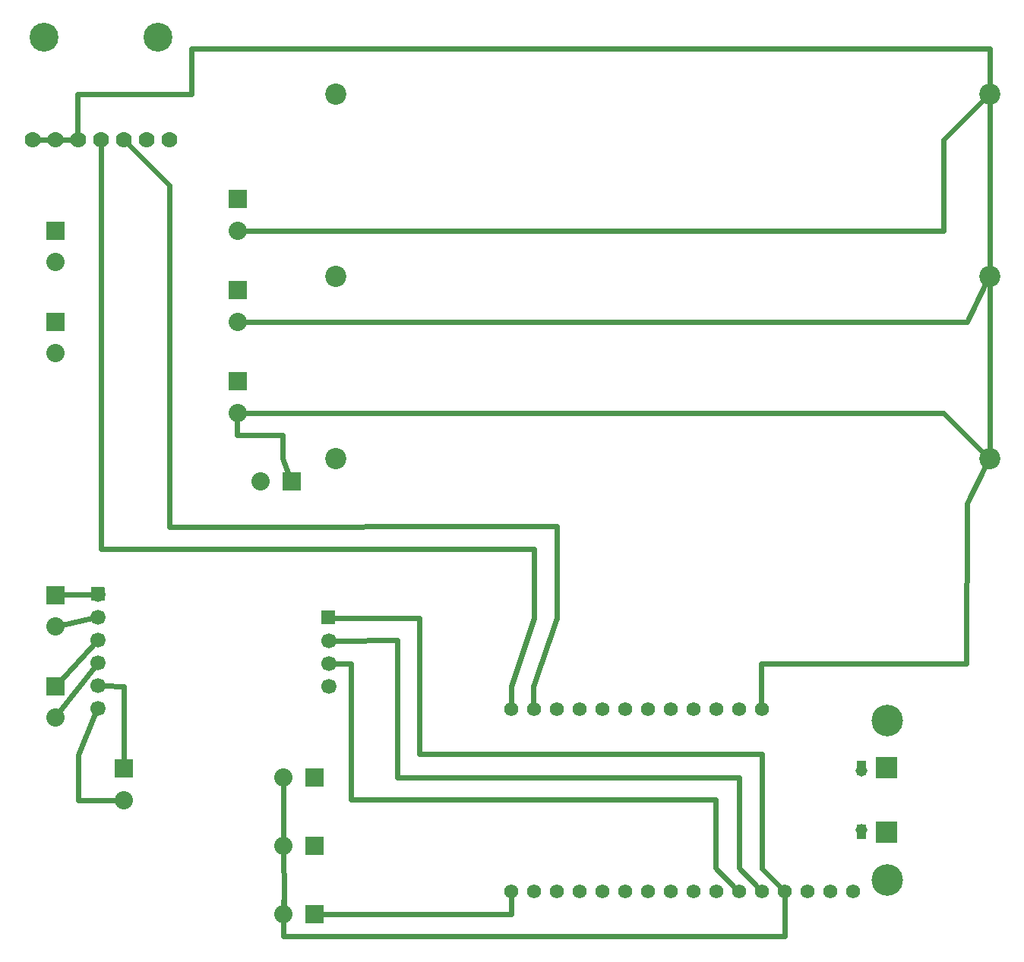
<source format=gtl>
G04 MADE WITH FRITZING*
G04 WWW.FRITZING.ORG*
G04 DOUBLE SIDED*
G04 HOLES PLATED*
G04 CONTOUR ON CENTER OF CONTOUR VECTOR*
%ASAXBY*%
%FSLAX23Y23*%
%MOIN*%
%OFA0B0*%
%SFA1.0B1.0*%
%ADD10C,0.126614*%
%ADD11C,0.070000*%
%ADD12C,0.080000*%
%ADD13C,0.093000*%
%ADD14C,0.138425*%
%ADD15C,0.095000*%
%ADD16C,0.051496*%
%ADD17C,0.062000*%
%ADD18C,0.066555*%
%ADD19C,0.049194*%
%ADD20R,0.080000X0.080000*%
%ADD21R,0.095000X0.095000*%
%ADD22C,0.024000*%
%ADD23R,0.001000X0.001000*%
%LNCOPPER1*%
G90*
G70*
G54D10*
X800Y4427D03*
G54D11*
X250Y3977D03*
X350Y3977D03*
X450Y3977D03*
X550Y3977D03*
X650Y3977D03*
X750Y3977D03*
X850Y3977D03*
G54D10*
X300Y4427D03*
G54D12*
X650Y1215D03*
X650Y1077D03*
X650Y1215D03*
X650Y1077D03*
X350Y1577D03*
X350Y1439D03*
X350Y1577D03*
X350Y1439D03*
X350Y3177D03*
X350Y3039D03*
X350Y3177D03*
X350Y3039D03*
X1387Y2477D03*
X1250Y2477D03*
X1387Y2477D03*
X1250Y2477D03*
X1487Y877D03*
X1350Y877D03*
X1487Y877D03*
X1350Y877D03*
X1487Y1177D03*
X1350Y1177D03*
X1487Y1177D03*
X1350Y1177D03*
X1150Y2915D03*
X1150Y2777D03*
X1150Y2915D03*
X1150Y2777D03*
X1150Y3315D03*
X1150Y3177D03*
X1150Y3315D03*
X1150Y3177D03*
X1150Y3715D03*
X1150Y3577D03*
X1150Y3715D03*
X1150Y3577D03*
X350Y1977D03*
X350Y1839D03*
X350Y1977D03*
X350Y1839D03*
X350Y3577D03*
X350Y3439D03*
X350Y3577D03*
X350Y3439D03*
G54D13*
X1581Y4176D03*
X4450Y4177D03*
X1581Y4176D03*
X4450Y4177D03*
X1581Y3376D03*
X4450Y3377D03*
X1581Y3376D03*
X4450Y3377D03*
X1581Y2576D03*
X4450Y2577D03*
X1581Y2576D03*
X4450Y2577D03*
G54D14*
X4000Y727D03*
G54D15*
X3999Y1219D03*
G54D16*
X3889Y1207D03*
G54D17*
X2350Y677D03*
X2450Y677D03*
X2550Y677D03*
X2650Y677D03*
X2750Y677D03*
X2850Y677D03*
X2950Y677D03*
X3050Y677D03*
X3150Y677D03*
G54D14*
X4000Y1427D03*
G54D17*
X3250Y677D03*
X3350Y677D03*
X3450Y677D03*
X3550Y677D03*
X3650Y677D03*
X3750Y677D03*
X3850Y677D03*
X3450Y1477D03*
X3350Y1477D03*
X3250Y1477D03*
X3150Y1477D03*
X3050Y1477D03*
X2950Y1477D03*
X2850Y1477D03*
X2750Y1477D03*
X2650Y1477D03*
X2550Y1477D03*
X2450Y1477D03*
X2350Y1477D03*
G54D16*
X3889Y947D03*
G54D15*
X3999Y935D03*
G54D14*
X4000Y727D03*
G54D15*
X3999Y1219D03*
G54D16*
X3889Y1207D03*
G54D17*
X2350Y677D03*
X2450Y677D03*
X2550Y677D03*
X2650Y677D03*
X2750Y677D03*
X2850Y677D03*
X2950Y677D03*
X3050Y677D03*
X3150Y677D03*
G54D14*
X4000Y1427D03*
G54D17*
X3250Y677D03*
X3350Y677D03*
X3450Y677D03*
X3550Y677D03*
X3650Y677D03*
X3750Y677D03*
X3850Y677D03*
X3450Y1477D03*
X3350Y1477D03*
X3250Y1477D03*
X3150Y1477D03*
X3050Y1477D03*
X2950Y1477D03*
X2850Y1477D03*
X2750Y1477D03*
X2650Y1477D03*
X2550Y1477D03*
X2450Y1477D03*
X2350Y1477D03*
G54D16*
X3889Y947D03*
G54D15*
X3999Y935D03*
G54D18*
X537Y1880D03*
X537Y1780D03*
X537Y1680D03*
X537Y1580D03*
X537Y1480D03*
X537Y1980D03*
X1550Y1777D03*
X1550Y1677D03*
G54D19*
X1550Y1877D03*
G54D18*
X1550Y1577D03*
G54D12*
X1487Y577D03*
X1350Y577D03*
X1487Y577D03*
X1350Y577D03*
G54D20*
X650Y1215D03*
X650Y1215D03*
X350Y1577D03*
X350Y1577D03*
X350Y3177D03*
X350Y3177D03*
X1387Y2477D03*
X1387Y2477D03*
X1487Y877D03*
X1487Y877D03*
X1487Y1177D03*
X1487Y1177D03*
X1150Y2915D03*
X1150Y2915D03*
X1150Y3315D03*
X1150Y3315D03*
X1150Y3715D03*
X1150Y3715D03*
X350Y1977D03*
X350Y1977D03*
X350Y3577D03*
X350Y3577D03*
G54D21*
X3999Y1219D03*
X3999Y935D03*
X3999Y1219D03*
X3999Y935D03*
G54D20*
X1487Y577D03*
X1487Y577D03*
G54D22*
X3350Y778D02*
X3350Y1176D01*
D02*
X3350Y1176D02*
X1850Y1176D01*
D02*
X1850Y1176D02*
X1850Y1475D01*
D02*
X1850Y1475D02*
X1850Y1778D01*
D02*
X1850Y1778D02*
X1577Y1777D01*
D02*
X3429Y698D02*
X3350Y778D01*
D02*
X450Y1277D02*
X450Y1076D01*
D02*
X450Y1076D02*
X618Y1077D01*
D02*
X526Y1455D02*
X450Y1277D01*
D02*
X650Y1377D02*
X650Y1577D01*
D02*
X650Y1577D02*
X564Y1579D01*
D02*
X650Y1246D02*
X650Y1377D01*
D02*
X1350Y1146D02*
X1350Y908D01*
D02*
X1348Y2678D02*
X1147Y2679D01*
D02*
X1147Y2679D02*
X1149Y2746D01*
D02*
X1347Y2576D02*
X1348Y2678D01*
D02*
X1376Y2506D02*
X1347Y2576D01*
D02*
X4247Y3975D02*
X4247Y3575D01*
D02*
X4247Y3575D02*
X1181Y3577D01*
D02*
X4416Y4143D02*
X4247Y3975D01*
D02*
X4350Y3176D02*
X1181Y3177D01*
D02*
X4428Y3334D02*
X4350Y3176D01*
D02*
X4247Y2776D02*
X1181Y2777D01*
D02*
X4416Y2610D02*
X4247Y2776D01*
D02*
X3451Y776D02*
X3451Y1279D01*
D02*
X3451Y1278D02*
X1948Y1278D01*
D02*
X1948Y1278D02*
X1948Y1877D01*
D02*
X1948Y1877D02*
X1578Y1877D01*
D02*
X3529Y698D02*
X3451Y776D01*
D02*
X4450Y2625D02*
X4450Y3330D01*
D02*
X4450Y3425D02*
X4450Y4129D01*
D02*
X2551Y2279D02*
X851Y2277D01*
D02*
X851Y2277D02*
X851Y3777D01*
D02*
X851Y3777D02*
X671Y3955D01*
D02*
X2449Y1577D02*
X2551Y1877D01*
D02*
X2551Y1877D02*
X2551Y2279D01*
D02*
X2449Y1506D02*
X2449Y1577D01*
D02*
X319Y3977D02*
X280Y3977D01*
D02*
X419Y3977D02*
X380Y3977D01*
D02*
X448Y4176D02*
X449Y4008D01*
D02*
X949Y4176D02*
X448Y4176D01*
D02*
X4452Y4376D02*
X949Y4376D01*
D02*
X949Y4376D02*
X949Y4176D01*
D02*
X4450Y4225D02*
X4452Y4376D01*
D02*
X2451Y2178D02*
X551Y2178D01*
D02*
X551Y2178D02*
X550Y3946D01*
D02*
X2350Y1577D02*
X2451Y1877D01*
D02*
X2451Y1877D02*
X2451Y2178D01*
D02*
X2350Y1506D02*
X2350Y1577D01*
D02*
X381Y1978D02*
X510Y1979D01*
D02*
X511Y1874D02*
X380Y1846D01*
D02*
X371Y1600D02*
X519Y1760D01*
D02*
X369Y1464D02*
X520Y1659D01*
D02*
X1649Y1676D02*
X1649Y1078D01*
D02*
X1577Y1677D02*
X1649Y1676D01*
D02*
X3248Y778D02*
X3329Y697D01*
D02*
X3247Y1078D02*
X3248Y778D01*
D02*
X1649Y1078D02*
X3247Y1078D01*
D02*
X4347Y1677D02*
X4350Y2379D01*
D02*
X3449Y1677D02*
X4347Y1677D01*
D02*
X4350Y2379D02*
X4428Y2535D01*
D02*
X3449Y1506D02*
X3449Y1677D01*
D02*
X1350Y478D02*
X1354Y673D01*
D02*
X3550Y478D02*
X1350Y478D01*
D02*
X1354Y673D02*
X1350Y846D01*
D02*
X3550Y648D02*
X3550Y478D01*
D02*
X1354Y673D02*
X1351Y608D01*
D02*
X2350Y648D02*
X2351Y577D01*
D02*
X2351Y577D02*
X1518Y577D01*
G54D23*
X508Y2010D02*
X565Y2010D01*
X507Y2009D02*
X566Y2009D01*
X507Y2008D02*
X566Y2008D01*
X507Y2007D02*
X566Y2007D01*
X507Y2006D02*
X566Y2006D01*
X507Y2005D02*
X566Y2005D01*
X507Y2004D02*
X566Y2004D01*
X507Y2003D02*
X566Y2003D01*
X507Y2002D02*
X566Y2002D01*
X507Y2001D02*
X566Y2001D01*
X507Y2000D02*
X566Y2000D01*
X507Y1999D02*
X566Y1999D01*
X507Y1998D02*
X531Y1998D01*
X542Y1998D02*
X566Y1998D01*
X507Y1997D02*
X528Y1997D01*
X545Y1997D02*
X566Y1997D01*
X507Y1996D02*
X526Y1996D01*
X547Y1996D02*
X566Y1996D01*
X507Y1995D02*
X525Y1995D01*
X548Y1995D02*
X566Y1995D01*
X507Y1994D02*
X524Y1994D01*
X549Y1994D02*
X566Y1994D01*
X507Y1993D02*
X523Y1993D01*
X550Y1993D02*
X566Y1993D01*
X507Y1992D02*
X522Y1992D01*
X551Y1992D02*
X566Y1992D01*
X507Y1991D02*
X521Y1991D01*
X552Y1991D02*
X566Y1991D01*
X507Y1990D02*
X520Y1990D01*
X553Y1990D02*
X566Y1990D01*
X507Y1989D02*
X520Y1989D01*
X553Y1989D02*
X566Y1989D01*
X507Y1988D02*
X519Y1988D01*
X554Y1988D02*
X566Y1988D01*
X507Y1987D02*
X519Y1987D01*
X554Y1987D02*
X566Y1987D01*
X507Y1986D02*
X518Y1986D01*
X554Y1986D02*
X566Y1986D01*
X507Y1985D02*
X518Y1985D01*
X555Y1985D02*
X566Y1985D01*
X507Y1984D02*
X518Y1984D01*
X555Y1984D02*
X566Y1984D01*
X507Y1983D02*
X518Y1983D01*
X555Y1983D02*
X566Y1983D01*
X507Y1982D02*
X518Y1982D01*
X555Y1982D02*
X566Y1982D01*
X507Y1981D02*
X518Y1981D01*
X555Y1981D02*
X566Y1981D01*
X507Y1980D02*
X517Y1980D01*
X555Y1980D02*
X566Y1980D01*
X507Y1979D02*
X518Y1979D01*
X555Y1979D02*
X566Y1979D01*
X507Y1978D02*
X518Y1978D01*
X555Y1978D02*
X566Y1978D01*
X507Y1977D02*
X518Y1977D01*
X555Y1977D02*
X566Y1977D01*
X507Y1976D02*
X518Y1976D01*
X555Y1976D02*
X566Y1976D01*
X507Y1975D02*
X518Y1975D01*
X555Y1975D02*
X566Y1975D01*
X507Y1974D02*
X519Y1974D01*
X554Y1974D02*
X566Y1974D01*
X507Y1973D02*
X519Y1973D01*
X554Y1973D02*
X566Y1973D01*
X507Y1972D02*
X519Y1972D01*
X554Y1972D02*
X566Y1972D01*
X507Y1971D02*
X520Y1971D01*
X553Y1971D02*
X566Y1971D01*
X507Y1970D02*
X521Y1970D01*
X552Y1970D02*
X566Y1970D01*
X507Y1969D02*
X521Y1969D01*
X552Y1969D02*
X566Y1969D01*
X507Y1968D02*
X522Y1968D01*
X551Y1968D02*
X566Y1968D01*
X507Y1967D02*
X523Y1967D01*
X550Y1967D02*
X566Y1967D01*
X507Y1966D02*
X524Y1966D01*
X549Y1966D02*
X566Y1966D01*
X507Y1965D02*
X525Y1965D01*
X547Y1965D02*
X566Y1965D01*
X507Y1964D02*
X527Y1964D01*
X546Y1964D02*
X566Y1964D01*
X507Y1963D02*
X529Y1963D01*
X544Y1963D02*
X566Y1963D01*
X507Y1962D02*
X533Y1962D01*
X540Y1962D02*
X566Y1962D01*
X507Y1961D02*
X566Y1961D01*
X507Y1960D02*
X566Y1960D01*
X507Y1959D02*
X566Y1959D01*
X507Y1958D02*
X566Y1958D01*
X507Y1957D02*
X566Y1957D01*
X507Y1956D02*
X566Y1956D01*
X507Y1955D02*
X566Y1955D01*
X507Y1954D02*
X566Y1954D01*
X507Y1953D02*
X566Y1953D01*
X507Y1952D02*
X566Y1952D01*
X507Y1951D02*
X566Y1951D01*
X1520Y1907D02*
X1578Y1907D01*
X1520Y1906D02*
X1578Y1906D01*
X1520Y1905D02*
X1578Y1905D01*
X1520Y1904D02*
X1578Y1904D01*
X1520Y1903D02*
X1578Y1903D01*
X1520Y1902D02*
X1578Y1902D01*
X1520Y1901D02*
X1578Y1901D01*
X1520Y1900D02*
X1578Y1900D01*
X1520Y1899D02*
X1578Y1899D01*
X1520Y1898D02*
X1578Y1898D01*
X1520Y1897D02*
X1578Y1897D01*
X1520Y1896D02*
X1578Y1896D01*
X1520Y1895D02*
X1543Y1895D01*
X1555Y1895D02*
X1578Y1895D01*
X1520Y1894D02*
X1540Y1894D01*
X1558Y1894D02*
X1578Y1894D01*
X1520Y1893D02*
X1538Y1893D01*
X1559Y1893D02*
X1578Y1893D01*
X1520Y1892D02*
X1537Y1892D01*
X1561Y1892D02*
X1578Y1892D01*
X1520Y1891D02*
X1536Y1891D01*
X1562Y1891D02*
X1578Y1891D01*
X1520Y1890D02*
X1535Y1890D01*
X1563Y1890D02*
X1578Y1890D01*
X1520Y1889D02*
X1534Y1889D01*
X1564Y1889D02*
X1578Y1889D01*
X1520Y1888D02*
X1533Y1888D01*
X1565Y1888D02*
X1578Y1888D01*
X1520Y1887D02*
X1533Y1887D01*
X1565Y1887D02*
X1578Y1887D01*
X1520Y1886D02*
X1532Y1886D01*
X1566Y1886D02*
X1578Y1886D01*
X1520Y1885D02*
X1532Y1885D01*
X1566Y1885D02*
X1578Y1885D01*
X1520Y1884D02*
X1531Y1884D01*
X1567Y1884D02*
X1578Y1884D01*
X1520Y1883D02*
X1531Y1883D01*
X1567Y1883D02*
X1578Y1883D01*
X1520Y1882D02*
X1531Y1882D01*
X1567Y1882D02*
X1578Y1882D01*
X1520Y1881D02*
X1530Y1881D01*
X1568Y1881D02*
X1578Y1881D01*
X1520Y1880D02*
X1530Y1880D01*
X1568Y1880D02*
X1578Y1880D01*
X1520Y1879D02*
X1530Y1879D01*
X1568Y1879D02*
X1578Y1879D01*
X1520Y1878D02*
X1530Y1878D01*
X1568Y1878D02*
X1578Y1878D01*
X1520Y1877D02*
X1530Y1877D01*
X1568Y1877D02*
X1578Y1877D01*
X1520Y1876D02*
X1530Y1876D01*
X1568Y1876D02*
X1578Y1876D01*
X1520Y1875D02*
X1530Y1875D01*
X1568Y1875D02*
X1578Y1875D01*
X1520Y1874D02*
X1530Y1874D01*
X1568Y1874D02*
X1578Y1874D01*
X1520Y1873D02*
X1531Y1873D01*
X1567Y1873D02*
X1578Y1873D01*
X1520Y1872D02*
X1531Y1872D01*
X1567Y1872D02*
X1578Y1872D01*
X1520Y1871D02*
X1531Y1871D01*
X1567Y1871D02*
X1578Y1871D01*
X1520Y1870D02*
X1531Y1870D01*
X1566Y1870D02*
X1578Y1870D01*
X1520Y1869D02*
X1532Y1869D01*
X1566Y1869D02*
X1578Y1869D01*
X1520Y1868D02*
X1533Y1868D01*
X1565Y1868D02*
X1578Y1868D01*
X1520Y1867D02*
X1533Y1867D01*
X1565Y1867D02*
X1578Y1867D01*
X1520Y1866D02*
X1534Y1866D01*
X1564Y1866D02*
X1578Y1866D01*
X1520Y1865D02*
X1535Y1865D01*
X1563Y1865D02*
X1578Y1865D01*
X1520Y1864D02*
X1536Y1864D01*
X1562Y1864D02*
X1578Y1864D01*
X1520Y1863D02*
X1537Y1863D01*
X1561Y1863D02*
X1578Y1863D01*
X1520Y1862D02*
X1538Y1862D01*
X1560Y1862D02*
X1578Y1862D01*
X1520Y1861D02*
X1540Y1861D01*
X1558Y1861D02*
X1578Y1861D01*
X1520Y1860D02*
X1542Y1860D01*
X1555Y1860D02*
X1578Y1860D01*
X1520Y1859D02*
X1548Y1859D01*
X1550Y1859D02*
X1578Y1859D01*
X1520Y1858D02*
X1578Y1858D01*
X1520Y1857D02*
X1578Y1857D01*
X1520Y1856D02*
X1578Y1856D01*
X1520Y1855D02*
X1578Y1855D01*
X1520Y1854D02*
X1578Y1854D01*
X1520Y1853D02*
X1578Y1853D01*
X1520Y1852D02*
X1578Y1852D01*
X1520Y1851D02*
X1578Y1851D01*
X1520Y1850D02*
X1578Y1850D01*
X1520Y1849D02*
X1578Y1849D01*
X1520Y1848D02*
X1578Y1848D01*
X3868Y1248D02*
X3909Y1248D01*
X3868Y1247D02*
X3909Y1247D01*
X3868Y1246D02*
X3909Y1246D01*
X3868Y1245D02*
X3909Y1245D01*
X3868Y1244D02*
X3909Y1244D01*
X3868Y1243D02*
X3909Y1243D01*
X3868Y1242D02*
X3909Y1242D01*
X3868Y1241D02*
X3909Y1241D01*
X3868Y1240D02*
X3909Y1240D01*
X3868Y1239D02*
X3909Y1239D01*
X3868Y1238D02*
X3909Y1238D01*
X3868Y1237D02*
X3909Y1237D01*
X3868Y1236D02*
X3909Y1236D01*
X3868Y1235D02*
X3909Y1235D01*
X3868Y1234D02*
X3909Y1234D01*
X3868Y1233D02*
X3909Y1233D01*
X3868Y1232D02*
X3909Y1232D01*
X3868Y1231D02*
X3909Y1231D01*
X3868Y1230D02*
X3909Y1230D01*
X3868Y1229D02*
X3909Y1229D01*
X3868Y1228D02*
X3885Y1228D01*
X3891Y1228D02*
X3909Y1228D01*
X3868Y1227D02*
X3881Y1227D01*
X3895Y1227D02*
X3909Y1227D01*
X3868Y1226D02*
X3879Y1226D01*
X3898Y1226D02*
X3909Y1226D01*
X3868Y1225D02*
X3877Y1225D01*
X3900Y1225D02*
X3909Y1225D01*
X3868Y1224D02*
X3875Y1224D01*
X3901Y1224D02*
X3909Y1224D01*
X3868Y1223D02*
X3874Y1223D01*
X3902Y1223D02*
X3909Y1223D01*
X3868Y1222D02*
X3873Y1222D01*
X3903Y1222D02*
X3909Y1222D01*
X3868Y1221D02*
X3872Y1221D01*
X3904Y1221D02*
X3909Y1221D01*
X3868Y1220D02*
X3871Y1220D01*
X3905Y1220D02*
X3909Y1220D01*
X3868Y1219D02*
X3871Y1219D01*
X3906Y1219D02*
X3909Y1219D01*
X3868Y1218D02*
X3870Y1218D01*
X3907Y1218D02*
X3909Y1218D01*
X3868Y1217D02*
X3869Y1217D01*
X3907Y1217D02*
X3909Y1217D01*
X3868Y1216D02*
X3869Y1216D01*
X3908Y1216D02*
X3909Y1216D01*
X3868Y1215D02*
X3868Y1215D01*
X3908Y1215D02*
X3909Y1215D01*
X3868Y1214D02*
X3868Y1214D01*
X3908Y1214D02*
X3909Y1214D01*
X3868Y1213D02*
X3868Y1213D01*
X3909Y1213D02*
X3909Y1213D01*
X3868Y1212D02*
X3868Y1212D01*
X3868Y1202D02*
X3868Y1202D01*
X3909Y1202D02*
X3909Y1202D01*
X3868Y1201D02*
X3868Y1201D01*
X3908Y1201D02*
X3909Y1201D01*
X3868Y1200D02*
X3868Y1200D01*
X3908Y1200D02*
X3909Y1200D01*
X3868Y1199D02*
X3869Y1199D01*
X3908Y1199D02*
X3909Y1199D01*
X3868Y1198D02*
X3869Y1198D01*
X3907Y1198D02*
X3909Y1198D01*
X3868Y1197D02*
X3870Y1197D01*
X3907Y1197D02*
X3909Y1197D01*
X3868Y1196D02*
X3870Y1196D01*
X3906Y1196D02*
X3909Y1196D01*
X3868Y1195D02*
X3871Y1195D01*
X3905Y1195D02*
X3909Y1195D01*
X3868Y1194D02*
X3872Y1194D01*
X3904Y1194D02*
X3909Y1194D01*
X3868Y1193D02*
X3873Y1193D01*
X3904Y1193D02*
X3909Y1193D01*
X3868Y1192D02*
X3874Y1192D01*
X3903Y1192D02*
X3909Y1192D01*
X3868Y1191D02*
X3875Y1191D01*
X3901Y1191D02*
X3909Y1191D01*
X3868Y1190D02*
X3877Y1190D01*
X3900Y1190D02*
X3909Y1190D01*
X3868Y1189D02*
X3878Y1189D01*
X3898Y1189D02*
X3909Y1189D01*
X3868Y1188D02*
X3881Y1188D01*
X3896Y1188D02*
X3909Y1188D01*
X3868Y1187D02*
X3883Y1187D01*
X3893Y1187D02*
X3908Y1187D01*
X3868Y968D02*
X3883Y968D01*
X3893Y968D02*
X3908Y968D01*
X3868Y967D02*
X3881Y967D01*
X3896Y967D02*
X3909Y967D01*
X3868Y966D02*
X3878Y966D01*
X3898Y966D02*
X3909Y966D01*
X3868Y965D02*
X3877Y965D01*
X3900Y965D02*
X3909Y965D01*
X3868Y964D02*
X3875Y964D01*
X3901Y964D02*
X3909Y964D01*
X3868Y963D02*
X3874Y963D01*
X3903Y963D02*
X3909Y963D01*
X3868Y962D02*
X3873Y962D01*
X3904Y962D02*
X3909Y962D01*
X3868Y961D02*
X3872Y961D01*
X3904Y961D02*
X3909Y961D01*
X3868Y960D02*
X3871Y960D01*
X3905Y960D02*
X3909Y960D01*
X3868Y959D02*
X3870Y959D01*
X3906Y959D02*
X3909Y959D01*
X3868Y958D02*
X3870Y958D01*
X3907Y958D02*
X3909Y958D01*
X3868Y957D02*
X3869Y957D01*
X3907Y957D02*
X3909Y957D01*
X3868Y956D02*
X3869Y956D01*
X3908Y956D02*
X3909Y956D01*
X3868Y955D02*
X3868Y955D01*
X3908Y955D02*
X3909Y955D01*
X3868Y954D02*
X3868Y954D01*
X3908Y954D02*
X3909Y954D01*
X3868Y953D02*
X3868Y953D01*
X3909Y953D02*
X3909Y953D01*
X3868Y943D02*
X3868Y943D01*
X3868Y942D02*
X3868Y942D01*
X3909Y942D02*
X3909Y942D01*
X3868Y941D02*
X3868Y941D01*
X3908Y941D02*
X3909Y941D01*
X3868Y940D02*
X3868Y940D01*
X3908Y940D02*
X3909Y940D01*
X3868Y939D02*
X3869Y939D01*
X3908Y939D02*
X3909Y939D01*
X3868Y938D02*
X3869Y938D01*
X3907Y938D02*
X3909Y938D01*
X3868Y937D02*
X3870Y937D01*
X3906Y937D02*
X3909Y937D01*
X3868Y936D02*
X3871Y936D01*
X3906Y936D02*
X3909Y936D01*
X3868Y935D02*
X3871Y935D01*
X3905Y935D02*
X3909Y935D01*
X3868Y934D02*
X3872Y934D01*
X3904Y934D02*
X3909Y934D01*
X3868Y933D02*
X3873Y933D01*
X3903Y933D02*
X3909Y933D01*
X3868Y932D02*
X3874Y932D01*
X3902Y932D02*
X3909Y932D01*
X3868Y931D02*
X3875Y931D01*
X3901Y931D02*
X3909Y931D01*
X3868Y930D02*
X3877Y930D01*
X3900Y930D02*
X3909Y930D01*
X3868Y929D02*
X3879Y929D01*
X3898Y929D02*
X3909Y929D01*
X3868Y928D02*
X3881Y928D01*
X3895Y928D02*
X3909Y928D01*
X3868Y927D02*
X3885Y927D01*
X3891Y927D02*
X3909Y927D01*
X3868Y926D02*
X3909Y926D01*
X3868Y925D02*
X3909Y925D01*
X3868Y924D02*
X3909Y924D01*
X3868Y923D02*
X3909Y923D01*
X3868Y922D02*
X3909Y922D01*
X3868Y921D02*
X3909Y921D01*
X3868Y920D02*
X3909Y920D01*
X3868Y919D02*
X3909Y919D01*
X3868Y918D02*
X3909Y918D01*
X3868Y917D02*
X3909Y917D01*
X3868Y916D02*
X3909Y916D01*
X3868Y915D02*
X3909Y915D01*
X3868Y914D02*
X3909Y914D01*
X3868Y913D02*
X3909Y913D01*
X3868Y912D02*
X3909Y912D01*
X3868Y911D02*
X3909Y911D01*
X3868Y910D02*
X3909Y910D01*
X3868Y909D02*
X3909Y909D01*
X3868Y908D02*
X3909Y908D01*
X3868Y907D02*
X3909Y907D01*
D02*
G04 End of Copper1*
M02*
</source>
